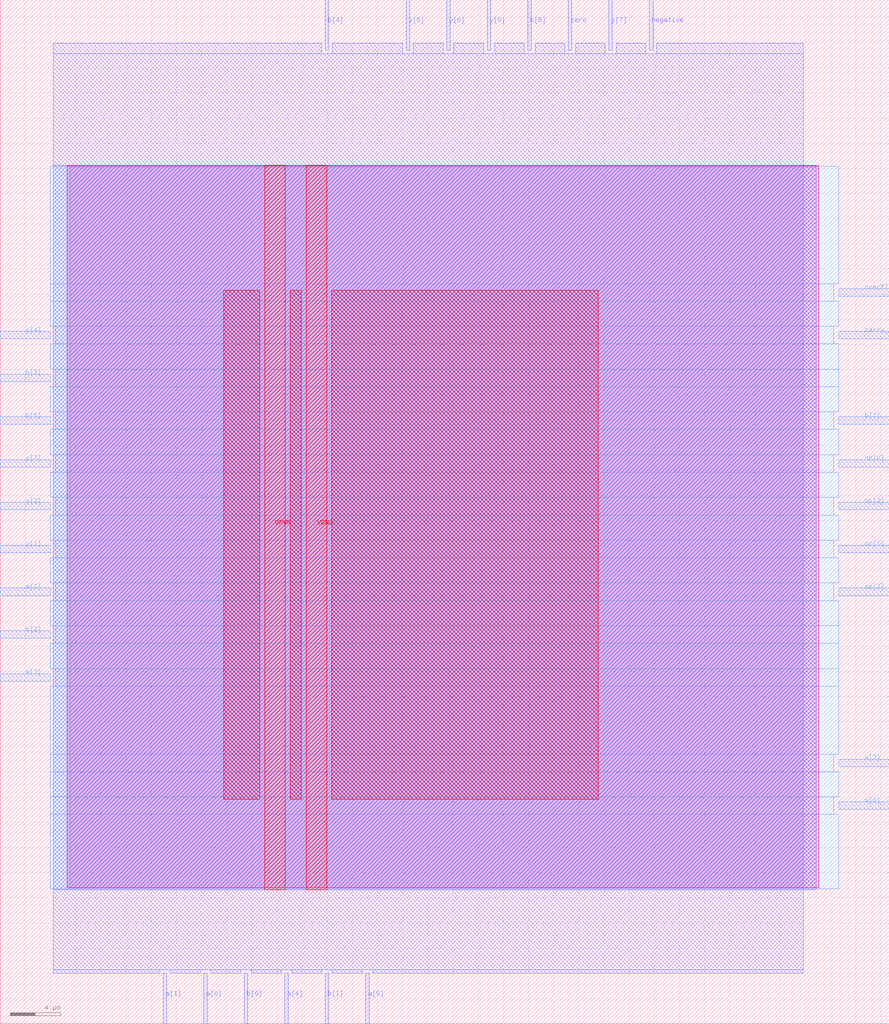
<source format=lef>
VERSION 5.7 ;
  NOWIREEXTENSIONATPIN ON ;
  DIVIDERCHAR "/" ;
  BUSBITCHARS "[]" ;
MACRO alu8
  CLASS BLOCK ;
  FOREIGN alu8 ;
  ORIGIN 0.000 0.000 ;
  SIZE 70.670 BY 81.390 ;
  PIN VGND
    DIRECTION INOUT ;
    USE GROUND ;
    PORT
      LAYER met4 ;
        RECT 24.340 10.640 25.940 68.240 ;
    END
  END VGND
  PIN VPWR
    DIRECTION INOUT ;
    USE POWER ;
    PORT
      LAYER met4 ;
        RECT 21.040 10.640 22.640 68.240 ;
    END
  END VPWR
  PIN a[0]
    DIRECTION INPUT ;
    USE SIGNAL ;
    ANTENNAGATEAREA 0.213000 ;
    PORT
      LAYER met2 ;
        RECT 16.190 0.000 16.470 4.000 ;
    END
  END a[0]
  PIN a[1]
    DIRECTION INPUT ;
    USE SIGNAL ;
    ANTENNAGATEAREA 0.159000 ;
    PORT
      LAYER met2 ;
        RECT 12.970 0.000 13.250 4.000 ;
    END
  END a[1]
  PIN a[2]
    DIRECTION INPUT ;
    USE SIGNAL ;
    ANTENNAGATEAREA 0.213000 ;
    PORT
      LAYER met3 ;
        RECT 0.000 34.040 4.000 34.640 ;
    END
  END a[2]
  PIN a[3]
    DIRECTION INPUT ;
    USE SIGNAL ;
    ANTENNAGATEAREA 0.196500 ;
    PORT
      LAYER met3 ;
        RECT 0.000 27.240 4.000 27.840 ;
    END
  END a[3]
  PIN a[4]
    DIRECTION INPUT ;
    USE SIGNAL ;
    ANTENNAGATEAREA 0.196500 ;
    PORT
      LAYER met2 ;
        RECT 22.630 0.000 22.910 4.000 ;
    END
  END a[4]
  PIN a[5]
    DIRECTION INPUT ;
    USE SIGNAL ;
    ANTENNAGATEAREA 0.213000 ;
    PORT
      LAYER met2 ;
        RECT 29.070 0.000 29.350 4.000 ;
    END
  END a[5]
  PIN a[6]
    DIRECTION INPUT ;
    USE SIGNAL ;
    ANTENNAGATEAREA 0.213000 ;
    PORT
      LAYER met3 ;
        RECT 66.670 17.040 70.670 17.640 ;
    END
  END a[6]
  PIN a[7]
    DIRECTION INPUT ;
    USE SIGNAL ;
    ANTENNAGATEAREA 0.196500 ;
    PORT
      LAYER met3 ;
        RECT 66.670 20.440 70.670 21.040 ;
    END
  END a[7]
  PIN b[0]
    DIRECTION INPUT ;
    USE SIGNAL ;
    ANTENNAGATEAREA 0.247500 ;
    PORT
      LAYER met2 ;
        RECT 19.410 0.000 19.690 4.000 ;
    END
  END b[0]
  PIN b[1]
    DIRECTION INPUT ;
    USE SIGNAL ;
    ANTENNAGATEAREA 0.213000 ;
    PORT
      LAYER met2 ;
        RECT 25.850 0.000 26.130 4.000 ;
    END
  END b[1]
  PIN b[2]
    DIRECTION INPUT ;
    USE SIGNAL ;
    ANTENNAGATEAREA 0.196500 ;
    PORT
      LAYER met3 ;
        RECT 0.000 30.640 4.000 31.240 ;
    END
  END b[2]
  PIN b[3]
    DIRECTION INPUT ;
    USE SIGNAL ;
    ANTENNAGATEAREA 0.196500 ;
    PORT
      LAYER met3 ;
        RECT 0.000 51.040 4.000 51.640 ;
    END
  END b[3]
  PIN b[4]
    DIRECTION INPUT ;
    USE SIGNAL ;
    ANTENNAGATEAREA 0.196500 ;
    PORT
      LAYER met2 ;
        RECT 25.850 77.390 26.130 81.390 ;
    END
  END b[4]
  PIN b[5]
    DIRECTION INPUT ;
    USE SIGNAL ;
    ANTENNAGATEAREA 0.196500 ;
    PORT
      LAYER met3 ;
        RECT 0.000 47.640 4.000 48.240 ;
    END
  END b[5]
  PIN b[6]
    DIRECTION INPUT ;
    USE SIGNAL ;
    ANTENNAGATEAREA 0.196500 ;
    PORT
      LAYER met2 ;
        RECT 41.950 77.390 42.230 81.390 ;
    END
  END b[6]
  PIN b[7]
    DIRECTION INPUT ;
    USE SIGNAL ;
    ANTENNAGATEAREA 0.196500 ;
    PORT
      LAYER met3 ;
        RECT 66.670 47.640 70.670 48.240 ;
    END
  END b[7]
  PIN carry_out
    DIRECTION OUTPUT ;
    USE SIGNAL ;
    ANTENNADIFFAREA 0.445500 ;
    PORT
      LAYER met3 ;
        RECT 66.670 54.440 70.670 55.040 ;
    END
  END carry_out
  PIN negative
    DIRECTION OUTPUT ;
    USE SIGNAL ;
    ANTENNADIFFAREA 0.445500 ;
    PORT
      LAYER met2 ;
        RECT 51.610 77.390 51.890 81.390 ;
    END
  END negative
  PIN op[0]
    DIRECTION INPUT ;
    USE SIGNAL ;
    ANTENNAGATEAREA 0.196500 ;
    PORT
      LAYER met3 ;
        RECT 66.670 44.240 70.670 44.840 ;
    END
  END op[0]
  PIN op[1]
    DIRECTION INPUT ;
    USE SIGNAL ;
    ANTENNAGATEAREA 0.213000 ;
    PORT
      LAYER met3 ;
        RECT 66.670 37.440 70.670 38.040 ;
    END
  END op[1]
  PIN op[2]
    DIRECTION INPUT ;
    USE SIGNAL ;
    ANTENNAGATEAREA 0.126000 ;
    PORT
      LAYER met3 ;
        RECT 66.670 40.840 70.670 41.440 ;
    END
  END op[2]
  PIN op[3]
    DIRECTION INPUT ;
    USE SIGNAL ;
    ANTENNAGATEAREA 0.126000 ;
    PORT
      LAYER met3 ;
        RECT 66.670 34.040 70.670 34.640 ;
    END
  END op[3]
  PIN overflow
    DIRECTION OUTPUT ;
    USE SIGNAL ;
    ANTENNADIFFAREA 0.445500 ;
    PORT
      LAYER met3 ;
        RECT 66.670 57.840 70.670 58.440 ;
    END
  END overflow
  PIN y[0]
    DIRECTION OUTPUT ;
    USE SIGNAL ;
    ANTENNADIFFAREA 0.445500 ;
    PORT
      LAYER met2 ;
        RECT 38.730 77.390 39.010 81.390 ;
    END
  END y[0]
  PIN y[1]
    DIRECTION OUTPUT ;
    USE SIGNAL ;
    ANTENNADIFFAREA 0.445500 ;
    PORT
      LAYER met3 ;
        RECT 0.000 37.440 4.000 38.040 ;
    END
  END y[1]
  PIN y[2]
    DIRECTION OUTPUT ;
    USE SIGNAL ;
    ANTENNADIFFAREA 0.445500 ;
    PORT
      LAYER met3 ;
        RECT 0.000 40.840 4.000 41.440 ;
    END
  END y[2]
  PIN y[3]
    DIRECTION OUTPUT ;
    USE SIGNAL ;
    ANTENNADIFFAREA 0.445500 ;
    PORT
      LAYER met3 ;
        RECT 0.000 44.240 4.000 44.840 ;
    END
  END y[3]
  PIN y[4]
    DIRECTION OUTPUT ;
    USE SIGNAL ;
    ANTENNADIFFAREA 0.445500 ;
    PORT
      LAYER met3 ;
        RECT 0.000 54.440 4.000 55.040 ;
    END
  END y[4]
  PIN y[5]
    DIRECTION OUTPUT ;
    USE SIGNAL ;
    ANTENNADIFFAREA 0.445500 ;
    PORT
      LAYER met2 ;
        RECT 32.290 77.390 32.570 81.390 ;
    END
  END y[5]
  PIN y[6]
    DIRECTION OUTPUT ;
    USE SIGNAL ;
    ANTENNADIFFAREA 0.445500 ;
    PORT
      LAYER met2 ;
        RECT 35.510 77.390 35.790 81.390 ;
    END
  END y[6]
  PIN y[7]
    DIRECTION OUTPUT ;
    USE SIGNAL ;
    ANTENNADIFFAREA 0.445500 ;
    PORT
      LAYER met2 ;
        RECT 48.390 77.390 48.670 81.390 ;
    END
  END y[7]
  PIN zero
    DIRECTION OUTPUT ;
    USE SIGNAL ;
    ANTENNADIFFAREA 1.336500 ;
    PORT
      LAYER met2 ;
        RECT 45.170 77.390 45.450 81.390 ;
    END
  END zero
  OBS
      LAYER nwell ;
        RECT 5.330 10.795 65.050 68.190 ;
      LAYER li1 ;
        RECT 5.520 10.795 64.860 68.085 ;
      LAYER met1 ;
        RECT 4.210 10.640 64.860 68.240 ;
      LAYER met2 ;
        RECT 4.230 77.110 25.570 77.930 ;
        RECT 26.410 77.110 32.010 77.930 ;
        RECT 32.850 77.110 35.230 77.930 ;
        RECT 36.070 77.110 38.450 77.930 ;
        RECT 39.290 77.110 41.670 77.930 ;
        RECT 42.510 77.110 44.890 77.930 ;
        RECT 45.730 77.110 48.110 77.930 ;
        RECT 48.950 77.110 51.330 77.930 ;
        RECT 52.170 77.110 63.850 77.930 ;
        RECT 4.230 4.280 63.850 77.110 ;
        RECT 4.230 4.000 12.690 4.280 ;
        RECT 13.530 4.000 15.910 4.280 ;
        RECT 16.750 4.000 19.130 4.280 ;
        RECT 19.970 4.000 22.350 4.280 ;
        RECT 23.190 4.000 25.570 4.280 ;
        RECT 26.410 4.000 28.790 4.280 ;
        RECT 29.630 4.000 63.850 4.280 ;
      LAYER met3 ;
        RECT 3.990 58.840 66.670 68.165 ;
        RECT 3.990 57.440 66.270 58.840 ;
        RECT 3.990 55.440 66.670 57.440 ;
        RECT 4.400 54.040 66.270 55.440 ;
        RECT 3.990 52.040 66.670 54.040 ;
        RECT 4.400 50.640 66.670 52.040 ;
        RECT 3.990 48.640 66.670 50.640 ;
        RECT 4.400 47.240 66.270 48.640 ;
        RECT 3.990 45.240 66.670 47.240 ;
        RECT 4.400 43.840 66.270 45.240 ;
        RECT 3.990 41.840 66.670 43.840 ;
        RECT 4.400 40.440 66.270 41.840 ;
        RECT 3.990 38.440 66.670 40.440 ;
        RECT 4.400 37.040 66.270 38.440 ;
        RECT 3.990 35.040 66.670 37.040 ;
        RECT 4.400 33.640 66.270 35.040 ;
        RECT 3.990 31.640 66.670 33.640 ;
        RECT 4.400 30.240 66.670 31.640 ;
        RECT 3.990 28.240 66.670 30.240 ;
        RECT 4.400 26.840 66.670 28.240 ;
        RECT 3.990 21.440 66.670 26.840 ;
        RECT 3.990 20.040 66.270 21.440 ;
        RECT 3.990 18.040 66.670 20.040 ;
        RECT 3.990 16.640 66.270 18.040 ;
        RECT 3.990 10.715 66.670 16.640 ;
      LAYER met4 ;
        RECT 17.775 17.855 20.640 58.305 ;
        RECT 23.040 17.855 23.940 58.305 ;
        RECT 26.340 17.855 47.545 58.305 ;
  END
END alu8
END LIBRARY


</source>
